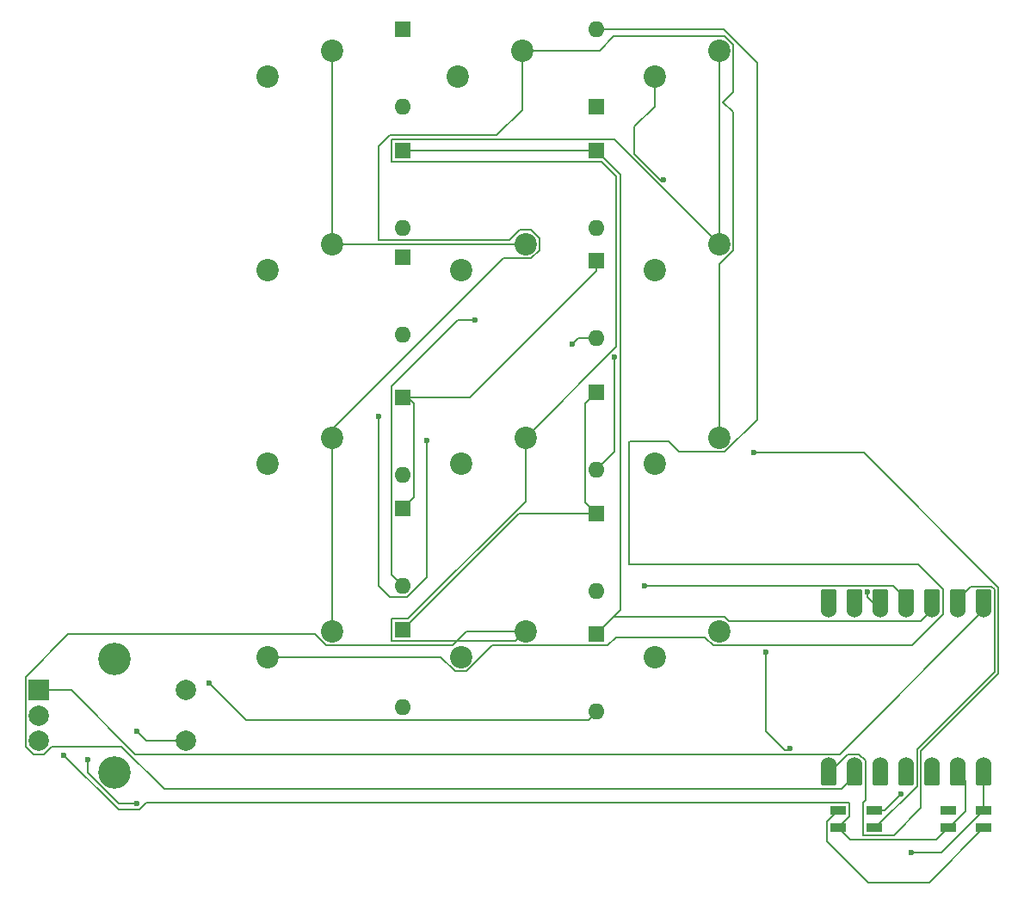
<source format=gbr>
%TF.GenerationSoftware,KiCad,Pcbnew,8.0.8*%
%TF.CreationDate,2025-03-22T19:21:19-07:00*%
%TF.ProjectId,Turtlepad Fixed,54757274-6c65-4706-9164-204669786564,rev?*%
%TF.SameCoordinates,Original*%
%TF.FileFunction,Copper,L1,Top*%
%TF.FilePolarity,Positive*%
%FSLAX46Y46*%
G04 Gerber Fmt 4.6, Leading zero omitted, Abs format (unit mm)*
G04 Created by KiCad (PCBNEW 8.0.8) date 2025-03-22 19:21:19*
%MOMM*%
%LPD*%
G01*
G04 APERTURE LIST*
G04 Aperture macros list*
%AMRoundRect*
0 Rectangle with rounded corners*
0 $1 Rounding radius*
0 $2 $3 $4 $5 $6 $7 $8 $9 X,Y pos of 4 corners*
0 Add a 4 corners polygon primitive as box body*
4,1,4,$2,$3,$4,$5,$6,$7,$8,$9,$2,$3,0*
0 Add four circle primitives for the rounded corners*
1,1,$1+$1,$2,$3*
1,1,$1+$1,$4,$5*
1,1,$1+$1,$6,$7*
1,1,$1+$1,$8,$9*
0 Add four rect primitives between the rounded corners*
20,1,$1+$1,$2,$3,$4,$5,0*
20,1,$1+$1,$4,$5,$6,$7,0*
20,1,$1+$1,$6,$7,$8,$9,0*
20,1,$1+$1,$8,$9,$2,$3,0*%
G04 Aperture macros list end*
%TA.AperFunction,ComponentPad*%
%ADD10C,2.200000*%
%TD*%
%TA.AperFunction,SMDPad,CuDef*%
%ADD11R,1.600000X0.850000*%
%TD*%
%TA.AperFunction,SMDPad,CuDef*%
%ADD12RoundRect,0.152400X0.609600X-1.063600X0.609600X1.063600X-0.609600X1.063600X-0.609600X-1.063600X0*%
%TD*%
%TA.AperFunction,ComponentPad*%
%ADD13C,1.524000*%
%TD*%
%TA.AperFunction,SMDPad,CuDef*%
%ADD14RoundRect,0.152400X-0.609600X1.063600X-0.609600X-1.063600X0.609600X-1.063600X0.609600X1.063600X0*%
%TD*%
%TA.AperFunction,ComponentPad*%
%ADD15R,2.000000X2.000000*%
%TD*%
%TA.AperFunction,ComponentPad*%
%ADD16C,2.000000*%
%TD*%
%TA.AperFunction,ComponentPad*%
%ADD17C,3.200000*%
%TD*%
%TA.AperFunction,ComponentPad*%
%ADD18R,1.600000X1.600000*%
%TD*%
%TA.AperFunction,ComponentPad*%
%ADD19O,1.600000X1.600000*%
%TD*%
%TA.AperFunction,ViaPad*%
%ADD20C,0.600000*%
%TD*%
%TA.AperFunction,Conductor*%
%ADD21C,0.200000*%
%TD*%
G04 APERTURE END LIST*
D10*
%TO.P,SW8,1,1*%
%TO.N,Net-(U1-GPIO2{slash}SCK)*%
X131127500Y-68738750D03*
%TO.P,SW8,2,2*%
%TO.N,Net-(D6-A)*%
X124777500Y-71278750D03*
%TD*%
D11*
%TO.P,D14,1,DOUT*%
%TO.N,unconnected-(D14-DOUT-Pad1)*%
X153662500Y-124456250D03*
%TO.P,D14,2,VSS*%
%TO.N,GND*%
X153662500Y-126206250D03*
%TO.P,D14,3,DIN*%
%TO.N,Net-(D1-DOUT)*%
X157162500Y-126206250D03*
%TO.P,D14,4,VDD*%
%TO.N,+5V*%
X157162500Y-124456250D03*
%TD*%
D10*
%TO.P,SW3,1,1*%
%TO.N,Net-(U1-GPIO1{slash}RX)*%
X93027500Y-87788750D03*
%TO.P,SW3,2,2*%
%TO.N,Net-(D4-A)*%
X86677500Y-90328750D03*
%TD*%
%TO.P,SW12,1,1*%
%TO.N,Net-(U1-GPIO1{slash}RX)*%
X93027500Y-106838750D03*
%TO.P,SW12,2,2*%
%TO.N,Net-(D12-A)*%
X86677500Y-109378750D03*
%TD*%
%TO.P,SW10,1,1*%
%TO.N,Net-(U1-GPIO1{slash}RX)*%
X131127500Y-106838750D03*
%TO.P,SW10,2,2*%
%TO.N,Net-(D13-A)*%
X124777500Y-109378750D03*
%TD*%
%TO.P,SW7,1,1*%
%TO.N,Net-(U1-GPIO2{slash}SCK)*%
X131127500Y-49688750D03*
%TO.P,SW7,2,2*%
%TO.N,Net-(D3-A)*%
X124777500Y-52228750D03*
%TD*%
%TO.P,SW5,1,1*%
%TO.N,Net-(U1-GPIO4{slash}MISO)*%
X112077500Y-68738750D03*
%TO.P,SW5,2,2*%
%TO.N,Net-(D8-A)*%
X105727500Y-71278750D03*
%TD*%
D12*
%TO.P,U1,1,GPIO26/ADC0/A0*%
%TO.N,Net-(U1-GPIO26{slash}ADC0{slash}A0)*%
X157162500Y-103940000D03*
D13*
X157162500Y-104775000D03*
D12*
%TO.P,U1,2,GPIO27/ADC1/A1*%
%TO.N,Net-(D1-DIN)*%
X154622500Y-103940000D03*
D13*
X154622500Y-104775000D03*
D12*
%TO.P,U1,3,GPIO28/ADC2/A2*%
%TO.N,Net-(D2-K)*%
X152082500Y-103940000D03*
D13*
X152082500Y-104775000D03*
D12*
%TO.P,U1,4,GPIO29/ADC3/A3*%
%TO.N,Net-(D5-K)*%
X149542500Y-103940000D03*
D13*
X149542500Y-104775000D03*
D12*
%TO.P,U1,5,GPIO6/SDA*%
%TO.N,Net-(D10-K)*%
X147002500Y-103940000D03*
D13*
X147002500Y-104775000D03*
D12*
%TO.P,U1,6,GPIO7/SCL*%
%TO.N,Net-(D11-K)*%
X144462500Y-103940000D03*
D13*
X144462500Y-104775000D03*
D12*
%TO.P,U1,7,GPIO0/TX*%
%TO.N,Net-(U1-GPIO0{slash}TX)*%
X141922500Y-103940000D03*
D13*
X141922500Y-104775000D03*
%TO.P,U1,8,GPIO1/RX*%
%TO.N,Net-(U1-GPIO1{slash}RX)*%
X141922500Y-120015000D03*
D14*
X141922500Y-120850000D03*
D13*
%TO.P,U1,9,GPIO2/SCK*%
%TO.N,Net-(U1-GPIO2{slash}SCK)*%
X144462500Y-120015000D03*
D14*
X144462500Y-120850000D03*
D13*
%TO.P,U1,10,GPIO4/MISO*%
%TO.N,Net-(U1-GPIO4{slash}MISO)*%
X147002500Y-120015000D03*
D14*
X147002500Y-120850000D03*
D13*
%TO.P,U1,11,GPIO3/MOSI*%
%TO.N,Net-(U1-GPIO3{slash}MOSI)*%
X149542500Y-120015000D03*
D14*
X149542500Y-120850000D03*
D13*
%TO.P,U1,12,3V3*%
%TO.N,unconnected-(U1-3V3-Pad12)*%
X152082500Y-120015000D03*
D14*
X152082500Y-120850000D03*
D13*
%TO.P,U1,13,GND*%
%TO.N,GND*%
X154622500Y-120015000D03*
D14*
X154622500Y-120850000D03*
D13*
%TO.P,U1,14,VBUS*%
%TO.N,+5V*%
X157162500Y-120015000D03*
D14*
X157162500Y-120850000D03*
%TD*%
D10*
%TO.P,SW4,1,1*%
%TO.N,Net-(U1-GPIO1{slash}RX)*%
X111760000Y-49688750D03*
%TO.P,SW4,2,2*%
%TO.N,Net-(D7-A)*%
X105410000Y-52228750D03*
%TD*%
%TO.P,SW11,1,1*%
%TO.N,Net-(U1-GPIO2{slash}SCK)*%
X112077500Y-106838750D03*
%TO.P,SW11,2,2*%
%TO.N,Net-(D9-A)*%
X105727500Y-109378750D03*
%TD*%
%TO.P,SW9,1,1*%
%TO.N,Net-(U1-GPIO1{slash}RX)*%
X131127500Y-87788750D03*
%TO.P,SW9,2,2*%
%TO.N,Net-(D10-A)*%
X124777500Y-90328750D03*
%TD*%
%TO.P,SW1,1,1*%
%TO.N,Net-(U1-GPIO4{slash}MISO)*%
X93027500Y-49688750D03*
%TO.P,SW1,2,2*%
%TO.N,Net-(D2-A)*%
X86677500Y-52228750D03*
%TD*%
%TO.P,SW6,1,1*%
%TO.N,Net-(U1-GPIO2{slash}SCK)*%
X112077500Y-87788750D03*
%TO.P,SW6,2,2*%
%TO.N,Net-(D11-A)*%
X105727500Y-90328750D03*
%TD*%
%TO.P,SW2,1,1*%
%TO.N,Net-(U1-GPIO4{slash}MISO)*%
X93027500Y-68738750D03*
%TO.P,SW2,2,2*%
%TO.N,Net-(D5-A)*%
X86677500Y-71278750D03*
%TD*%
D15*
%TO.P,SW15,A,A*%
%TO.N,Net-(U1-GPIO26{slash}ADC0{slash}A0)*%
X64187500Y-112637500D03*
D16*
%TO.P,SW15,B,B*%
%TO.N,Net-(U1-GPIO0{slash}TX)*%
X64187500Y-117637500D03*
%TO.P,SW15,C,C*%
%TO.N,GND*%
X64187500Y-115137500D03*
D17*
%TO.P,SW15,MP*%
%TO.N,N/C*%
X71687500Y-109537500D03*
X71687500Y-120737500D03*
D16*
%TO.P,SW15,S1,S1*%
%TO.N,Net-(U1-GPIO3{slash}MOSI)*%
X78687500Y-117637500D03*
%TO.P,SW15,S2,S2*%
%TO.N,GND*%
X78687500Y-112637500D03*
%TD*%
D11*
%TO.P,D1,1,DOUT*%
%TO.N,Net-(D1-DOUT)*%
X142875000Y-124456250D03*
%TO.P,D1,2,VSS*%
%TO.N,GND*%
X142875000Y-126206250D03*
%TO.P,D1,3,DIN*%
%TO.N,Net-(D1-DIN)*%
X146375000Y-126206250D03*
%TO.P,D1,4,VDD*%
%TO.N,+5V*%
X146375000Y-124456250D03*
%TD*%
D18*
%TO.P,D9,1,K*%
%TO.N,Net-(D10-K)*%
X100012500Y-83820000D03*
D19*
%TO.P,D9,2,A*%
%TO.N,Net-(D9-A)*%
X100012500Y-91440000D03*
%TD*%
D18*
%TO.P,D11,1,K*%
%TO.N,Net-(D11-K)*%
X100012500Y-70008750D03*
D19*
%TO.P,D11,2,A*%
%TO.N,Net-(D11-A)*%
X100012500Y-77628750D03*
%TD*%
D18*
%TO.P,D3,1,K*%
%TO.N,Net-(D2-K)*%
X119062500Y-59531250D03*
D19*
%TO.P,D3,2,A*%
%TO.N,Net-(D3-A)*%
X119062500Y-67151250D03*
%TD*%
D18*
%TO.P,D7,1,K*%
%TO.N,Net-(D5-K)*%
X100012500Y-106680000D03*
D19*
%TO.P,D7,2,A*%
%TO.N,Net-(D7-A)*%
X100012500Y-114300000D03*
%TD*%
D18*
%TO.P,D6,1,K*%
%TO.N,Net-(D5-K)*%
X119062500Y-83343750D03*
D19*
%TO.P,D6,2,A*%
%TO.N,Net-(D6-A)*%
X119062500Y-90963750D03*
%TD*%
D18*
%TO.P,D12,1,K*%
%TO.N,Net-(D11-K)*%
X119062500Y-55245000D03*
D19*
%TO.P,D12,2,A*%
%TO.N,Net-(D12-A)*%
X119062500Y-47625000D03*
%TD*%
D18*
%TO.P,D10,1,K*%
%TO.N,Net-(D10-K)*%
X119062500Y-70356250D03*
D19*
%TO.P,D10,2,A*%
%TO.N,Net-(D10-A)*%
X119062500Y-77976250D03*
%TD*%
D18*
%TO.P,D8,1,K*%
%TO.N,Net-(D10-K)*%
X100012500Y-94773750D03*
D19*
%TO.P,D8,2,A*%
%TO.N,Net-(D8-A)*%
X100012500Y-102393750D03*
%TD*%
D18*
%TO.P,D4,1,K*%
%TO.N,Net-(D2-K)*%
X119062500Y-107156250D03*
D19*
%TO.P,D4,2,A*%
%TO.N,Net-(D4-A)*%
X119062500Y-114776250D03*
%TD*%
D18*
%TO.P,D5,1,K*%
%TO.N,Net-(D5-K)*%
X119062500Y-95250000D03*
D19*
%TO.P,D5,2,A*%
%TO.N,Net-(D5-A)*%
X119062500Y-102870000D03*
%TD*%
D18*
%TO.P,D13,1,K*%
%TO.N,Net-(D11-K)*%
X100012500Y-47625000D03*
D19*
%TO.P,D13,2,A*%
%TO.N,Net-(D13-A)*%
X100012500Y-55245000D03*
%TD*%
D18*
%TO.P,D2,1,K*%
%TO.N,Net-(D2-K)*%
X100012500Y-59531250D03*
D19*
%TO.P,D2,2,A*%
%TO.N,Net-(D2-A)*%
X100012500Y-67151250D03*
%TD*%
D20*
%TO.N,+5V*%
X149027467Y-122833717D03*
X150018750Y-128587500D03*
%TO.N,Net-(D3-A)*%
X125678015Y-62440735D03*
%TO.N,Net-(D4-A)*%
X80962500Y-111918750D03*
%TO.N,Net-(D5-A)*%
X102393750Y-88106250D03*
X97631250Y-85725000D03*
%TO.N,Net-(D5-K)*%
X123825000Y-102393750D03*
%TO.N,Net-(D6-A)*%
X120843750Y-79871028D03*
%TO.N,Net-(D8-A)*%
X107156250Y-76200000D03*
%TO.N,Net-(D10-K)*%
X145724500Y-102993750D03*
%TO.N,Net-(D10-A)*%
X116681250Y-78581250D03*
%TO.N,Net-(U1-GPIO1{slash}RX)*%
X135731250Y-108937500D03*
X138112500Y-118353000D03*
X134540625Y-89296875D03*
%TO.N,Net-(U1-GPIO3{slash}MOSI)*%
X73818750Y-116681250D03*
X69056250Y-119475981D03*
X73818750Y-123825000D03*
%TO.N,GND*%
X66675000Y-119062500D03*
%TD*%
D21*
%TO.N,Net-(D1-DOUT)*%
X141775000Y-127487500D02*
X141775000Y-125556250D01*
X145856250Y-131568750D02*
X141775000Y-127487500D01*
X157162500Y-126206250D02*
X151800000Y-131568750D01*
X141775000Y-125556250D02*
X142875000Y-124456250D01*
X151800000Y-131568750D02*
X145856250Y-131568750D01*
%TO.N,+5V*%
X157162500Y-120015000D02*
X157162500Y-124456250D01*
X157162500Y-124456250D02*
X153031250Y-128587500D01*
X146375000Y-124456250D02*
X147404934Y-124456250D01*
X147404934Y-124456250D02*
X149027467Y-122833717D01*
X153031250Y-128587500D02*
X150018750Y-128587500D01*
%TO.N,Net-(D1-DIN)*%
X154622500Y-104775000D02*
X154622500Y-103697370D01*
X158224500Y-102684786D02*
X158224500Y-110856750D01*
X150604500Y-118476750D02*
X150604500Y-122105214D01*
X150604500Y-122105214D02*
X146503464Y-126206250D01*
X154622500Y-103697370D02*
X155895870Y-102424000D01*
X157963714Y-102424000D02*
X158224500Y-102684786D01*
X155895870Y-102424000D02*
X157963714Y-102424000D01*
X146503464Y-126206250D02*
X146375000Y-126206250D01*
X158224500Y-110856750D02*
X150604500Y-118476750D01*
%TO.N,Net-(D2-K)*%
X152082500Y-104775000D02*
X151020500Y-105837000D01*
X132105649Y-105837000D02*
X131707399Y-105438750D01*
X151020500Y-105837000D02*
X132105649Y-105837000D01*
X121443750Y-61912500D02*
X119062500Y-59531250D01*
X131707399Y-105438750D02*
X120780000Y-105438750D01*
X119062500Y-107156250D02*
X121443750Y-104775000D01*
X119062500Y-59531250D02*
X100012500Y-59531250D01*
X120780000Y-105438750D02*
X119062500Y-107156250D01*
X121443750Y-104775000D02*
X121443750Y-61912500D01*
%TO.N,Net-(D3-A)*%
X124777500Y-55195806D02*
X122823306Y-57150000D01*
X122823306Y-59868870D02*
X125536593Y-62582157D01*
X124777500Y-52228750D02*
X124777500Y-55195806D01*
X122823306Y-57150000D02*
X122823306Y-59868870D01*
X125536593Y-62582157D02*
X125678015Y-62440735D01*
%TO.N,Net-(D4-A)*%
X119062500Y-114776250D02*
X118262501Y-115576249D01*
X84619999Y-115576249D02*
X80962500Y-111918750D01*
X118262501Y-115576249D02*
X84619999Y-115576249D01*
%TO.N,Net-(D5-A)*%
X102393750Y-101568135D02*
X100468135Y-103493750D01*
X98731250Y-103493750D02*
X97631250Y-102393750D01*
X100468135Y-103493750D02*
X98731250Y-103493750D01*
X102393750Y-88106250D02*
X102393750Y-101568135D01*
X97631250Y-102393750D02*
X97631250Y-85725000D01*
%TO.N,Net-(D5-K)*%
X149542500Y-104775000D02*
X149542500Y-103697370D01*
X148238880Y-102393750D02*
X123825000Y-102393750D01*
X117962500Y-94150000D02*
X117962500Y-84443750D01*
X119062500Y-95250000D02*
X111442500Y-95250000D01*
X117962500Y-84443750D02*
X119062500Y-83343750D01*
X111442500Y-95250000D02*
X100012500Y-106680000D01*
X119062500Y-95250000D02*
X117962500Y-94150000D01*
X149542500Y-103697370D02*
X148238880Y-102393750D01*
%TO.N,Net-(D6-A)*%
X120843750Y-89182500D02*
X120843750Y-79871028D01*
X119062500Y-90963750D02*
X120843750Y-89182500D01*
%TO.N,Net-(D8-A)*%
X100012500Y-102393750D02*
X98912500Y-101293750D01*
X98912500Y-82720000D02*
X105432500Y-76200000D01*
X98912500Y-101293750D02*
X98912500Y-82720000D01*
X105432500Y-76200000D02*
X107156250Y-76200000D01*
%TO.N,Net-(D10-K)*%
X147002500Y-104775000D02*
X147002500Y-103940000D01*
X119062500Y-70356250D02*
X119062500Y-71356250D01*
X145724500Y-103497000D02*
X145724500Y-102993750D01*
X147002500Y-104775000D02*
X145724500Y-103497000D01*
X106598750Y-83820000D02*
X100012500Y-83820000D01*
X100012500Y-94773750D02*
X101112500Y-93673750D01*
X119062500Y-71356250D02*
X106598750Y-83820000D01*
X101112500Y-84443750D02*
X100012500Y-83343750D01*
X101112500Y-93673750D02*
X101112500Y-84443750D01*
%TO.N,Net-(D10-A)*%
X116681250Y-78581250D02*
X117286250Y-77976250D01*
X117286250Y-77976250D02*
X119062500Y-77976250D01*
%TO.N,Net-(D12-A)*%
X153144500Y-102684786D02*
X150706528Y-100246814D01*
X150706528Y-100246814D02*
X122243750Y-100246814D01*
X131707399Y-89188750D02*
X134867500Y-86028649D01*
X106307399Y-110778750D02*
X108829899Y-108256250D01*
X127206250Y-89188750D02*
X131707399Y-89188750D01*
X86677500Y-109378750D02*
X103747601Y-109378750D01*
X134867500Y-86028649D02*
X134867500Y-50883165D01*
X153144500Y-105214895D02*
X153144500Y-102684786D01*
X150120645Y-108238750D02*
X153144500Y-105214895D01*
X120162500Y-108256250D02*
X121000101Y-107418649D01*
X134867500Y-50883165D02*
X131609335Y-47625000D01*
X122243750Y-88271936D02*
X122326936Y-88188750D01*
X122243750Y-100246814D02*
X122243750Y-88271936D01*
X105147601Y-110778750D02*
X106307399Y-110778750D01*
X131609335Y-47625000D02*
X119062500Y-47625000D01*
X108829899Y-108256250D02*
X120162500Y-108256250D01*
X103747601Y-109378750D02*
X105147601Y-110778750D01*
X122326936Y-88188750D02*
X126206250Y-88188750D01*
X126206250Y-88188750D02*
X127206250Y-89188750D01*
X130547601Y-108238750D02*
X150120645Y-108238750D01*
X121000101Y-107418649D02*
X129727500Y-107418649D01*
X129727500Y-107418649D02*
X130547601Y-108238750D01*
%TO.N,Net-(U1-GPIO4{slash}MISO)*%
X93027500Y-68738750D02*
X93027500Y-49688750D01*
X112077500Y-68738750D02*
X93027500Y-68738750D01*
%TO.N,Net-(U1-GPIO1{slash}RX)*%
X131127500Y-87788750D02*
X131127500Y-70718649D01*
X143819500Y-118953000D02*
X144902395Y-118953000D01*
X120780000Y-48288750D02*
X119380000Y-49688750D01*
X145275000Y-126931250D02*
X148318464Y-126931250D01*
X135731250Y-108937500D02*
X135731250Y-116681250D01*
X111760000Y-55552152D02*
X109280902Y-58031250D01*
X111497601Y-67338750D02*
X112657399Y-67338750D01*
X97631250Y-68338750D02*
X110497601Y-68338750D01*
X113477500Y-68158851D02*
X113477500Y-69318649D01*
X110497601Y-68338750D02*
X111497601Y-67338750D01*
X135731250Y-116681250D02*
X137603000Y-118553000D01*
X144902395Y-118953000D02*
X145524500Y-119575105D01*
X145402275Y-89296875D02*
X134540625Y-89296875D01*
X131127500Y-70718649D02*
X132527500Y-69318649D01*
X113477500Y-69318649D02*
X112657399Y-70138750D01*
X145524500Y-119575105D02*
X145524500Y-123481750D01*
X151020500Y-124229214D02*
X151020500Y-118626436D01*
X93027500Y-88265000D02*
X93027500Y-106838750D01*
X92868750Y-88106250D02*
X93027500Y-88265000D01*
X132527500Y-49108851D02*
X131707399Y-48288750D01*
X132527500Y-53768750D02*
X132527500Y-49108851D01*
X148318464Y-126931250D02*
X151020500Y-124229214D01*
X137912500Y-118553000D02*
X138112500Y-118353000D01*
X93027500Y-87947500D02*
X92868750Y-88106250D01*
X131527500Y-54768750D02*
X132527500Y-53768750D01*
X98746815Y-58031250D02*
X97631250Y-59146815D01*
X151020500Y-118626436D02*
X158624500Y-111022436D01*
X97631250Y-59146815D02*
X97631250Y-68338750D01*
X109280902Y-58031250D02*
X98746815Y-58031250D01*
X111760000Y-49688750D02*
X111760000Y-55552152D01*
X119380000Y-49688750D02*
X111760000Y-49688750D01*
X131707399Y-48288750D02*
X120780000Y-48288750D01*
X112657399Y-70138750D02*
X109894098Y-70138750D01*
X109894098Y-70138750D02*
X93027500Y-87005348D01*
X93027500Y-87788750D02*
X93027500Y-87947500D01*
X132527500Y-69318649D02*
X132527500Y-55768750D01*
X158624500Y-111022436D02*
X158624500Y-102519100D01*
X131127500Y-87947500D02*
X130968750Y-88106250D01*
X145524500Y-123481750D02*
X145275000Y-123731250D01*
X137603000Y-118553000D02*
X137912500Y-118553000D01*
X112657399Y-67338750D02*
X113477500Y-68158851D01*
X132527500Y-55768750D02*
X131527500Y-54768750D01*
X141922500Y-120850000D02*
X143819500Y-118953000D01*
X93027500Y-87005348D02*
X93027500Y-87788750D01*
X158624500Y-102519100D02*
X145402275Y-89296875D01*
X145275000Y-123731250D02*
X145275000Y-126931250D01*
%TO.N,Net-(U1-GPIO2{slash}SCK)*%
X67068750Y-107156250D02*
X91365101Y-107156250D01*
X63649022Y-118937500D02*
X62887500Y-118175978D01*
X76556564Y-122366000D02*
X72366542Y-118175978D01*
X143189130Y-122366000D02*
X76556564Y-122366000D01*
X112077500Y-106838750D02*
X111136250Y-107780000D01*
X121043750Y-62078186D02*
X119596814Y-60631250D01*
X144462500Y-120015000D02*
X144462500Y-121092630D01*
X111136250Y-107780000D02*
X98912500Y-107780000D01*
X62887500Y-111337500D02*
X67068750Y-107156250D01*
X65487500Y-118175978D02*
X64725978Y-118937500D01*
X104887601Y-108238750D02*
X106287601Y-106838750D01*
X98912500Y-60631250D02*
X98912500Y-58431250D01*
X106287601Y-106838750D02*
X112077500Y-106838750D01*
X98912500Y-58431250D02*
X120820000Y-58431250D01*
X64725978Y-118937500D02*
X63649022Y-118937500D01*
X120820000Y-58431250D02*
X131127500Y-68738750D01*
X121043750Y-78822500D02*
X121043750Y-62078186D01*
X98912500Y-107780000D02*
X98912500Y-105580000D01*
X112077500Y-94049314D02*
X112077500Y-87788750D01*
X98912500Y-105580000D02*
X100546814Y-105580000D01*
X112077500Y-87788750D02*
X121043750Y-78822500D01*
X131127500Y-68738750D02*
X131127500Y-49688750D01*
X92447601Y-108238750D02*
X104887601Y-108238750D01*
X72366542Y-118175978D02*
X65487500Y-118175978D01*
X144462500Y-121092630D02*
X143189130Y-122366000D01*
X62887500Y-118175978D02*
X62887500Y-111337500D01*
X91365101Y-107156250D02*
X92447601Y-108238750D01*
X119596814Y-60631250D02*
X98912500Y-60631250D01*
X100546814Y-105580000D02*
X112077500Y-94049314D01*
%TO.N,Net-(U1-GPIO26{slash}ADC0{slash}A0)*%
X67393750Y-112637500D02*
X64187500Y-112637500D01*
X157162500Y-104775000D02*
X142984500Y-118953000D01*
X142984500Y-118953000D02*
X73709250Y-118953000D01*
X73709250Y-118953000D02*
X67393750Y-112637500D01*
%TO.N,Net-(U1-GPIO3{slash}MOSI)*%
X69056250Y-119475981D02*
X69056250Y-120793256D01*
X74775000Y-117637500D02*
X78687500Y-117637500D01*
X73818750Y-116681250D02*
X74775000Y-117637500D01*
X72087994Y-123825000D02*
X73818750Y-123825000D01*
X69056250Y-120793256D02*
X72087994Y-123825000D01*
%TO.N,GND*%
X142875000Y-126206250D02*
X143975000Y-125106250D01*
X155384500Y-124559250D02*
X154137500Y-125806250D01*
X74761029Y-123731250D02*
X74067279Y-124425000D01*
X74067279Y-124425000D02*
X72037500Y-124425000D01*
X154137500Y-125806250D02*
X153662500Y-125806250D01*
X143975000Y-123731250D02*
X74761029Y-123731250D01*
X142875000Y-126206250D02*
X144000000Y-127331250D01*
X144000000Y-127331250D02*
X152537500Y-127331250D01*
X72037500Y-124425000D02*
X66675000Y-119062500D01*
X154622500Y-120850000D02*
X155384500Y-121612000D01*
X143975000Y-125106250D02*
X143975000Y-123731250D01*
X152537500Y-127331250D02*
X153662500Y-126206250D01*
X155384500Y-121612000D02*
X155384500Y-124559250D01*
%TD*%
M02*

</source>
